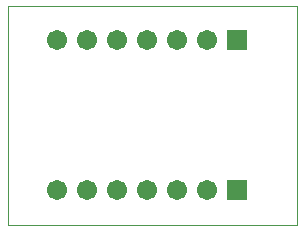
<source format=gbs>
G04 Layer_Color=16711935*
%FSAX44Y44*%
%MOMM*%
G71*
G01*
G75*
%ADD20C,0.1016*%
%ADD33C,1.7032*%
%ADD34R,1.7032X1.7032*%
D20*
X00020000Y00000000D02*
X00265000D01*
Y00185000D01*
X00020000D02*
X00265000D01*
X00020000Y00000000D02*
Y00185000D01*
D33*
X00163450Y00156500D02*
D03*
X00188850D02*
D03*
X00138050D02*
D03*
X00112650D02*
D03*
X00087250D02*
D03*
X00061850D02*
D03*
X00163450Y00029500D02*
D03*
X00188850D02*
D03*
X00138050D02*
D03*
X00112650D02*
D03*
X00087250D02*
D03*
X00061850D02*
D03*
D34*
X00214250Y00156500D02*
D03*
Y00029500D02*
D03*
M02*

</source>
